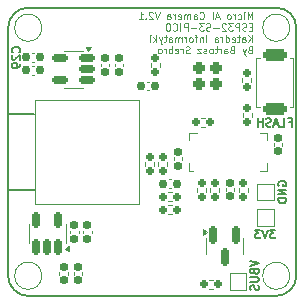
<source format=gbo>
G04 #@! TF.GenerationSoftware,KiCad,Pcbnew,9.0.2*
G04 #@! TF.CreationDate,2025-12-01T11:38:31+01:00*
G04 #@! TF.ProjectId,PCB,5043422e-6b69-4636-9164-5f7063625858,rev?*
G04 #@! TF.SameCoordinates,Original*
G04 #@! TF.FileFunction,Legend,Bot*
G04 #@! TF.FilePolarity,Positive*
%FSLAX46Y46*%
G04 Gerber Fmt 4.6, Leading zero omitted, Abs format (unit mm)*
G04 Created by KiCad (PCBNEW 9.0.2) date 2025-12-01 11:38:31*
%MOMM*%
%LPD*%
G01*
G04 APERTURE LIST*
G04 Aperture macros list*
%AMRoundRect*
0 Rectangle with rounded corners*
0 $1 Rounding radius*
0 $2 $3 $4 $5 $6 $7 $8 $9 X,Y pos of 4 corners*
0 Add a 4 corners polygon primitive as box body*
4,1,4,$2,$3,$4,$5,$6,$7,$8,$9,$2,$3,0*
0 Add four circle primitives for the rounded corners*
1,1,$1+$1,$2,$3*
1,1,$1+$1,$4,$5*
1,1,$1+$1,$6,$7*
1,1,$1+$1,$8,$9*
0 Add four rect primitives between the rounded corners*
20,1,$1+$1,$2,$3,$4,$5,0*
20,1,$1+$1,$4,$5,$6,$7,0*
20,1,$1+$1,$6,$7,$8,$9,0*
20,1,$1+$1,$8,$9,$2,$3,0*%
G04 Aperture macros list end*
%ADD10C,0.150000*%
%ADD11C,0.120000*%
%ADD12C,0.100000*%
%ADD13C,2.100000*%
%ADD14C,1.100000*%
%ADD15RoundRect,0.250000X-0.250000X-0.250000X0.250000X-0.250000X0.250000X0.250000X-0.250000X0.250000X0*%
%ADD16C,0.800000*%
%ADD17O,1.600000X0.900000*%
%ADD18RoundRect,0.160000X-0.160000X0.197500X-0.160000X-0.197500X0.160000X-0.197500X0.160000X0.197500X0*%
%ADD19RoundRect,0.155000X-0.155000X0.212500X-0.155000X-0.212500X0.155000X-0.212500X0.155000X0.212500X0*%
%ADD20RoundRect,0.155000X0.212500X0.155000X-0.212500X0.155000X-0.212500X-0.155000X0.212500X-0.155000X0*%
%ADD21R,0.500000X1.000000*%
%ADD22R,1.100000X0.500000*%
%ADD23R,2.320000X1.200000*%
%ADD24R,1.000000X1.000000*%
%ADD25RoundRect,0.160000X0.160000X-0.197500X0.160000X0.197500X-0.160000X0.197500X-0.160000X-0.197500X0*%
%ADD26RoundRect,0.160000X-0.197500X-0.160000X0.197500X-0.160000X0.197500X0.160000X-0.197500X0.160000X0*%
%ADD27RoundRect,0.150000X-0.150000X0.587500X-0.150000X-0.587500X0.150000X-0.587500X0.150000X0.587500X0*%
%ADD28RoundRect,0.150000X0.512500X0.150000X-0.512500X0.150000X-0.512500X-0.150000X0.512500X-0.150000X0*%
%ADD29RoundRect,0.155000X-0.212500X-0.155000X0.212500X-0.155000X0.212500X0.155000X-0.212500X0.155000X0*%
%ADD30RoundRect,0.150000X0.150000X-0.512500X0.150000X0.512500X-0.150000X0.512500X-0.150000X-0.512500X0*%
%ADD31RoundRect,0.160000X0.197500X0.160000X-0.197500X0.160000X-0.197500X-0.160000X0.197500X-0.160000X0*%
%ADD32RoundRect,0.275000X-0.725000X0.275000X-0.725000X-0.275000X0.725000X-0.275000X0.725000X0.275000X0*%
G04 APERTURE END LIST*
D10*
X87850000Y-103200000D02*
X90050000Y-103200000D01*
X112200001Y-110500000D02*
G75*
G02*
X110500000Y-112200001I-1700001J0D01*
G01*
X110500000Y-87799999D02*
X89500000Y-87800000D01*
X87800000Y-89500000D02*
G75*
G02*
X89500000Y-87800000I1700000J0D01*
G01*
X112200001Y-110500000D02*
X112200001Y-89500000D01*
X110500000Y-87799999D02*
G75*
G02*
X112200001Y-89500000I0J-1700001D01*
G01*
X89500000Y-112200001D02*
G75*
G02*
X87799999Y-110500000I0J1700001D01*
G01*
X87850000Y-96800000D02*
X90025000Y-96800000D01*
X87799999Y-110500000D02*
X87800000Y-89500000D01*
X110500000Y-112200001D02*
X89500000Y-112200001D01*
D11*
X108478195Y-88772433D02*
X108478195Y-88172433D01*
X108478195Y-88172433D02*
X108278195Y-88601004D01*
X108278195Y-88601004D02*
X108078195Y-88172433D01*
X108078195Y-88172433D02*
X108078195Y-88772433D01*
X107792481Y-88772433D02*
X107792481Y-88372433D01*
X107792481Y-88172433D02*
X107821053Y-88201004D01*
X107821053Y-88201004D02*
X107792481Y-88229576D01*
X107792481Y-88229576D02*
X107763910Y-88201004D01*
X107763910Y-88201004D02*
X107792481Y-88172433D01*
X107792481Y-88172433D02*
X107792481Y-88229576D01*
X107249625Y-88743862D02*
X107306767Y-88772433D01*
X107306767Y-88772433D02*
X107421053Y-88772433D01*
X107421053Y-88772433D02*
X107478196Y-88743862D01*
X107478196Y-88743862D02*
X107506767Y-88715290D01*
X107506767Y-88715290D02*
X107535339Y-88658147D01*
X107535339Y-88658147D02*
X107535339Y-88486719D01*
X107535339Y-88486719D02*
X107506767Y-88429576D01*
X107506767Y-88429576D02*
X107478196Y-88401004D01*
X107478196Y-88401004D02*
X107421053Y-88372433D01*
X107421053Y-88372433D02*
X107306767Y-88372433D01*
X107306767Y-88372433D02*
X107249625Y-88401004D01*
X106992481Y-88772433D02*
X106992481Y-88372433D01*
X106992481Y-88486719D02*
X106963910Y-88429576D01*
X106963910Y-88429576D02*
X106935339Y-88401004D01*
X106935339Y-88401004D02*
X106878196Y-88372433D01*
X106878196Y-88372433D02*
X106821053Y-88372433D01*
X106535338Y-88772433D02*
X106592481Y-88743862D01*
X106592481Y-88743862D02*
X106621052Y-88715290D01*
X106621052Y-88715290D02*
X106649624Y-88658147D01*
X106649624Y-88658147D02*
X106649624Y-88486719D01*
X106649624Y-88486719D02*
X106621052Y-88429576D01*
X106621052Y-88429576D02*
X106592481Y-88401004D01*
X106592481Y-88401004D02*
X106535338Y-88372433D01*
X106535338Y-88372433D02*
X106449624Y-88372433D01*
X106449624Y-88372433D02*
X106392481Y-88401004D01*
X106392481Y-88401004D02*
X106363910Y-88429576D01*
X106363910Y-88429576D02*
X106335338Y-88486719D01*
X106335338Y-88486719D02*
X106335338Y-88658147D01*
X106335338Y-88658147D02*
X106363910Y-88715290D01*
X106363910Y-88715290D02*
X106392481Y-88743862D01*
X106392481Y-88743862D02*
X106449624Y-88772433D01*
X106449624Y-88772433D02*
X106535338Y-88772433D01*
X105649624Y-88601004D02*
X105363910Y-88601004D01*
X105706767Y-88772433D02*
X105506767Y-88172433D01*
X105506767Y-88172433D02*
X105306767Y-88772433D01*
X105106766Y-88772433D02*
X105106766Y-88172433D01*
X104021052Y-88715290D02*
X104049624Y-88743862D01*
X104049624Y-88743862D02*
X104135338Y-88772433D01*
X104135338Y-88772433D02*
X104192481Y-88772433D01*
X104192481Y-88772433D02*
X104278195Y-88743862D01*
X104278195Y-88743862D02*
X104335338Y-88686719D01*
X104335338Y-88686719D02*
X104363909Y-88629576D01*
X104363909Y-88629576D02*
X104392481Y-88515290D01*
X104392481Y-88515290D02*
X104392481Y-88429576D01*
X104392481Y-88429576D02*
X104363909Y-88315290D01*
X104363909Y-88315290D02*
X104335338Y-88258147D01*
X104335338Y-88258147D02*
X104278195Y-88201004D01*
X104278195Y-88201004D02*
X104192481Y-88172433D01*
X104192481Y-88172433D02*
X104135338Y-88172433D01*
X104135338Y-88172433D02*
X104049624Y-88201004D01*
X104049624Y-88201004D02*
X104021052Y-88229576D01*
X103506767Y-88772433D02*
X103506767Y-88458147D01*
X103506767Y-88458147D02*
X103535338Y-88401004D01*
X103535338Y-88401004D02*
X103592481Y-88372433D01*
X103592481Y-88372433D02*
X103706767Y-88372433D01*
X103706767Y-88372433D02*
X103763909Y-88401004D01*
X103506767Y-88743862D02*
X103563909Y-88772433D01*
X103563909Y-88772433D02*
X103706767Y-88772433D01*
X103706767Y-88772433D02*
X103763909Y-88743862D01*
X103763909Y-88743862D02*
X103792481Y-88686719D01*
X103792481Y-88686719D02*
X103792481Y-88629576D01*
X103792481Y-88629576D02*
X103763909Y-88572433D01*
X103763909Y-88572433D02*
X103706767Y-88543862D01*
X103706767Y-88543862D02*
X103563909Y-88543862D01*
X103563909Y-88543862D02*
X103506767Y-88515290D01*
X103221052Y-88772433D02*
X103221052Y-88372433D01*
X103221052Y-88429576D02*
X103192481Y-88401004D01*
X103192481Y-88401004D02*
X103135338Y-88372433D01*
X103135338Y-88372433D02*
X103049624Y-88372433D01*
X103049624Y-88372433D02*
X102992481Y-88401004D01*
X102992481Y-88401004D02*
X102963910Y-88458147D01*
X102963910Y-88458147D02*
X102963910Y-88772433D01*
X102963910Y-88458147D02*
X102935338Y-88401004D01*
X102935338Y-88401004D02*
X102878195Y-88372433D01*
X102878195Y-88372433D02*
X102792481Y-88372433D01*
X102792481Y-88372433D02*
X102735338Y-88401004D01*
X102735338Y-88401004D02*
X102706767Y-88458147D01*
X102706767Y-88458147D02*
X102706767Y-88772433D01*
X102192481Y-88743862D02*
X102249624Y-88772433D01*
X102249624Y-88772433D02*
X102363910Y-88772433D01*
X102363910Y-88772433D02*
X102421052Y-88743862D01*
X102421052Y-88743862D02*
X102449624Y-88686719D01*
X102449624Y-88686719D02*
X102449624Y-88458147D01*
X102449624Y-88458147D02*
X102421052Y-88401004D01*
X102421052Y-88401004D02*
X102363910Y-88372433D01*
X102363910Y-88372433D02*
X102249624Y-88372433D01*
X102249624Y-88372433D02*
X102192481Y-88401004D01*
X102192481Y-88401004D02*
X102163910Y-88458147D01*
X102163910Y-88458147D02*
X102163910Y-88515290D01*
X102163910Y-88515290D02*
X102449624Y-88572433D01*
X101906766Y-88772433D02*
X101906766Y-88372433D01*
X101906766Y-88486719D02*
X101878195Y-88429576D01*
X101878195Y-88429576D02*
X101849624Y-88401004D01*
X101849624Y-88401004D02*
X101792481Y-88372433D01*
X101792481Y-88372433D02*
X101735338Y-88372433D01*
X101278195Y-88772433D02*
X101278195Y-88458147D01*
X101278195Y-88458147D02*
X101306766Y-88401004D01*
X101306766Y-88401004D02*
X101363909Y-88372433D01*
X101363909Y-88372433D02*
X101478195Y-88372433D01*
X101478195Y-88372433D02*
X101535337Y-88401004D01*
X101278195Y-88743862D02*
X101335337Y-88772433D01*
X101335337Y-88772433D02*
X101478195Y-88772433D01*
X101478195Y-88772433D02*
X101535337Y-88743862D01*
X101535337Y-88743862D02*
X101563909Y-88686719D01*
X101563909Y-88686719D02*
X101563909Y-88629576D01*
X101563909Y-88629576D02*
X101535337Y-88572433D01*
X101535337Y-88572433D02*
X101478195Y-88543862D01*
X101478195Y-88543862D02*
X101335337Y-88543862D01*
X101335337Y-88543862D02*
X101278195Y-88515290D01*
X100621052Y-88172433D02*
X100421052Y-88772433D01*
X100421052Y-88772433D02*
X100221052Y-88172433D01*
X100049623Y-88229576D02*
X100021051Y-88201004D01*
X100021051Y-88201004D02*
X99963909Y-88172433D01*
X99963909Y-88172433D02*
X99821051Y-88172433D01*
X99821051Y-88172433D02*
X99763909Y-88201004D01*
X99763909Y-88201004D02*
X99735337Y-88229576D01*
X99735337Y-88229576D02*
X99706766Y-88286719D01*
X99706766Y-88286719D02*
X99706766Y-88343862D01*
X99706766Y-88343862D02*
X99735337Y-88429576D01*
X99735337Y-88429576D02*
X100078194Y-88772433D01*
X100078194Y-88772433D02*
X99706766Y-88772433D01*
X99449622Y-88715290D02*
X99421051Y-88743862D01*
X99421051Y-88743862D02*
X99449622Y-88772433D01*
X99449622Y-88772433D02*
X99478194Y-88743862D01*
X99478194Y-88743862D02*
X99449622Y-88715290D01*
X99449622Y-88715290D02*
X99449622Y-88772433D01*
X98849623Y-88772433D02*
X99192480Y-88772433D01*
X99021051Y-88772433D02*
X99021051Y-88172433D01*
X99021051Y-88172433D02*
X99078194Y-88258147D01*
X99078194Y-88258147D02*
X99135337Y-88315290D01*
X99135337Y-88315290D02*
X99192480Y-88343862D01*
X108478195Y-89424113D02*
X108278195Y-89424113D01*
X108192481Y-89738399D02*
X108478195Y-89738399D01*
X108478195Y-89738399D02*
X108478195Y-89138399D01*
X108478195Y-89138399D02*
X108192481Y-89138399D01*
X107963910Y-89709828D02*
X107878196Y-89738399D01*
X107878196Y-89738399D02*
X107735338Y-89738399D01*
X107735338Y-89738399D02*
X107678196Y-89709828D01*
X107678196Y-89709828D02*
X107649624Y-89681256D01*
X107649624Y-89681256D02*
X107621053Y-89624113D01*
X107621053Y-89624113D02*
X107621053Y-89566970D01*
X107621053Y-89566970D02*
X107649624Y-89509828D01*
X107649624Y-89509828D02*
X107678196Y-89481256D01*
X107678196Y-89481256D02*
X107735338Y-89452685D01*
X107735338Y-89452685D02*
X107849624Y-89424113D01*
X107849624Y-89424113D02*
X107906767Y-89395542D01*
X107906767Y-89395542D02*
X107935338Y-89366970D01*
X107935338Y-89366970D02*
X107963910Y-89309828D01*
X107963910Y-89309828D02*
X107963910Y-89252685D01*
X107963910Y-89252685D02*
X107935338Y-89195542D01*
X107935338Y-89195542D02*
X107906767Y-89166970D01*
X107906767Y-89166970D02*
X107849624Y-89138399D01*
X107849624Y-89138399D02*
X107706767Y-89138399D01*
X107706767Y-89138399D02*
X107621053Y-89166970D01*
X107363909Y-89738399D02*
X107363909Y-89138399D01*
X107363909Y-89138399D02*
X107135338Y-89138399D01*
X107135338Y-89138399D02*
X107078195Y-89166970D01*
X107078195Y-89166970D02*
X107049624Y-89195542D01*
X107049624Y-89195542D02*
X107021052Y-89252685D01*
X107021052Y-89252685D02*
X107021052Y-89338399D01*
X107021052Y-89338399D02*
X107049624Y-89395542D01*
X107049624Y-89395542D02*
X107078195Y-89424113D01*
X107078195Y-89424113D02*
X107135338Y-89452685D01*
X107135338Y-89452685D02*
X107363909Y-89452685D01*
X106821052Y-89138399D02*
X106449624Y-89138399D01*
X106449624Y-89138399D02*
X106649624Y-89366970D01*
X106649624Y-89366970D02*
X106563909Y-89366970D01*
X106563909Y-89366970D02*
X106506767Y-89395542D01*
X106506767Y-89395542D02*
X106478195Y-89424113D01*
X106478195Y-89424113D02*
X106449624Y-89481256D01*
X106449624Y-89481256D02*
X106449624Y-89624113D01*
X106449624Y-89624113D02*
X106478195Y-89681256D01*
X106478195Y-89681256D02*
X106506767Y-89709828D01*
X106506767Y-89709828D02*
X106563909Y-89738399D01*
X106563909Y-89738399D02*
X106735338Y-89738399D01*
X106735338Y-89738399D02*
X106792481Y-89709828D01*
X106792481Y-89709828D02*
X106821052Y-89681256D01*
X106221052Y-89195542D02*
X106192480Y-89166970D01*
X106192480Y-89166970D02*
X106135338Y-89138399D01*
X106135338Y-89138399D02*
X105992480Y-89138399D01*
X105992480Y-89138399D02*
X105935338Y-89166970D01*
X105935338Y-89166970D02*
X105906766Y-89195542D01*
X105906766Y-89195542D02*
X105878195Y-89252685D01*
X105878195Y-89252685D02*
X105878195Y-89309828D01*
X105878195Y-89309828D02*
X105906766Y-89395542D01*
X105906766Y-89395542D02*
X106249623Y-89738399D01*
X106249623Y-89738399D02*
X105878195Y-89738399D01*
X105621051Y-89509828D02*
X105163909Y-89509828D01*
X104906766Y-89709828D02*
X104821052Y-89738399D01*
X104821052Y-89738399D02*
X104678194Y-89738399D01*
X104678194Y-89738399D02*
X104621052Y-89709828D01*
X104621052Y-89709828D02*
X104592480Y-89681256D01*
X104592480Y-89681256D02*
X104563909Y-89624113D01*
X104563909Y-89624113D02*
X104563909Y-89566970D01*
X104563909Y-89566970D02*
X104592480Y-89509828D01*
X104592480Y-89509828D02*
X104621052Y-89481256D01*
X104621052Y-89481256D02*
X104678194Y-89452685D01*
X104678194Y-89452685D02*
X104792480Y-89424113D01*
X104792480Y-89424113D02*
X104849623Y-89395542D01*
X104849623Y-89395542D02*
X104878194Y-89366970D01*
X104878194Y-89366970D02*
X104906766Y-89309828D01*
X104906766Y-89309828D02*
X104906766Y-89252685D01*
X104906766Y-89252685D02*
X104878194Y-89195542D01*
X104878194Y-89195542D02*
X104849623Y-89166970D01*
X104849623Y-89166970D02*
X104792480Y-89138399D01*
X104792480Y-89138399D02*
X104649623Y-89138399D01*
X104649623Y-89138399D02*
X104563909Y-89166970D01*
X104363908Y-89138399D02*
X103992480Y-89138399D01*
X103992480Y-89138399D02*
X104192480Y-89366970D01*
X104192480Y-89366970D02*
X104106765Y-89366970D01*
X104106765Y-89366970D02*
X104049623Y-89395542D01*
X104049623Y-89395542D02*
X104021051Y-89424113D01*
X104021051Y-89424113D02*
X103992480Y-89481256D01*
X103992480Y-89481256D02*
X103992480Y-89624113D01*
X103992480Y-89624113D02*
X104021051Y-89681256D01*
X104021051Y-89681256D02*
X104049623Y-89709828D01*
X104049623Y-89709828D02*
X104106765Y-89738399D01*
X104106765Y-89738399D02*
X104278194Y-89738399D01*
X104278194Y-89738399D02*
X104335337Y-89709828D01*
X104335337Y-89709828D02*
X104363908Y-89681256D01*
X103735336Y-89509828D02*
X103278194Y-89509828D01*
X102992479Y-89738399D02*
X102992479Y-89138399D01*
X102992479Y-89138399D02*
X102763908Y-89138399D01*
X102763908Y-89138399D02*
X102706765Y-89166970D01*
X102706765Y-89166970D02*
X102678194Y-89195542D01*
X102678194Y-89195542D02*
X102649622Y-89252685D01*
X102649622Y-89252685D02*
X102649622Y-89338399D01*
X102649622Y-89338399D02*
X102678194Y-89395542D01*
X102678194Y-89395542D02*
X102706765Y-89424113D01*
X102706765Y-89424113D02*
X102763908Y-89452685D01*
X102763908Y-89452685D02*
X102992479Y-89452685D01*
X102392479Y-89738399D02*
X102392479Y-89138399D01*
X101763908Y-89681256D02*
X101792480Y-89709828D01*
X101792480Y-89709828D02*
X101878194Y-89738399D01*
X101878194Y-89738399D02*
X101935337Y-89738399D01*
X101935337Y-89738399D02*
X102021051Y-89709828D01*
X102021051Y-89709828D02*
X102078194Y-89652685D01*
X102078194Y-89652685D02*
X102106765Y-89595542D01*
X102106765Y-89595542D02*
X102135337Y-89481256D01*
X102135337Y-89481256D02*
X102135337Y-89395542D01*
X102135337Y-89395542D02*
X102106765Y-89281256D01*
X102106765Y-89281256D02*
X102078194Y-89224113D01*
X102078194Y-89224113D02*
X102021051Y-89166970D01*
X102021051Y-89166970D02*
X101935337Y-89138399D01*
X101935337Y-89138399D02*
X101878194Y-89138399D01*
X101878194Y-89138399D02*
X101792480Y-89166970D01*
X101792480Y-89166970D02*
X101763908Y-89195542D01*
X101392480Y-89138399D02*
X101278194Y-89138399D01*
X101278194Y-89138399D02*
X101221051Y-89166970D01*
X101221051Y-89166970D02*
X101163908Y-89224113D01*
X101163908Y-89224113D02*
X101135337Y-89338399D01*
X101135337Y-89338399D02*
X101135337Y-89538399D01*
X101135337Y-89538399D02*
X101163908Y-89652685D01*
X101163908Y-89652685D02*
X101221051Y-89709828D01*
X101221051Y-89709828D02*
X101278194Y-89738399D01*
X101278194Y-89738399D02*
X101392480Y-89738399D01*
X101392480Y-89738399D02*
X101449623Y-89709828D01*
X101449623Y-89709828D02*
X101506765Y-89652685D01*
X101506765Y-89652685D02*
X101535337Y-89538399D01*
X101535337Y-89538399D02*
X101535337Y-89338399D01*
X101535337Y-89338399D02*
X101506765Y-89224113D01*
X101506765Y-89224113D02*
X101449623Y-89166970D01*
X101449623Y-89166970D02*
X101392480Y-89138399D01*
X108478195Y-90704365D02*
X108478195Y-90104365D01*
X108135338Y-90704365D02*
X108392481Y-90361508D01*
X108135338Y-90104365D02*
X108478195Y-90447222D01*
X107621053Y-90704365D02*
X107621053Y-90390079D01*
X107621053Y-90390079D02*
X107649624Y-90332936D01*
X107649624Y-90332936D02*
X107706767Y-90304365D01*
X107706767Y-90304365D02*
X107821053Y-90304365D01*
X107821053Y-90304365D02*
X107878195Y-90332936D01*
X107621053Y-90675794D02*
X107678195Y-90704365D01*
X107678195Y-90704365D02*
X107821053Y-90704365D01*
X107821053Y-90704365D02*
X107878195Y-90675794D01*
X107878195Y-90675794D02*
X107906767Y-90618651D01*
X107906767Y-90618651D02*
X107906767Y-90561508D01*
X107906767Y-90561508D02*
X107878195Y-90504365D01*
X107878195Y-90504365D02*
X107821053Y-90475794D01*
X107821053Y-90475794D02*
X107678195Y-90475794D01*
X107678195Y-90475794D02*
X107621053Y-90447222D01*
X107421053Y-90304365D02*
X107192481Y-90304365D01*
X107335338Y-90104365D02*
X107335338Y-90618651D01*
X107335338Y-90618651D02*
X107306767Y-90675794D01*
X107306767Y-90675794D02*
X107249624Y-90704365D01*
X107249624Y-90704365D02*
X107192481Y-90704365D01*
X106763910Y-90675794D02*
X106821053Y-90704365D01*
X106821053Y-90704365D02*
X106935339Y-90704365D01*
X106935339Y-90704365D02*
X106992481Y-90675794D01*
X106992481Y-90675794D02*
X107021053Y-90618651D01*
X107021053Y-90618651D02*
X107021053Y-90390079D01*
X107021053Y-90390079D02*
X106992481Y-90332936D01*
X106992481Y-90332936D02*
X106935339Y-90304365D01*
X106935339Y-90304365D02*
X106821053Y-90304365D01*
X106821053Y-90304365D02*
X106763910Y-90332936D01*
X106763910Y-90332936D02*
X106735339Y-90390079D01*
X106735339Y-90390079D02*
X106735339Y-90447222D01*
X106735339Y-90447222D02*
X107021053Y-90504365D01*
X106221053Y-90704365D02*
X106221053Y-90104365D01*
X106221053Y-90675794D02*
X106278195Y-90704365D01*
X106278195Y-90704365D02*
X106392481Y-90704365D01*
X106392481Y-90704365D02*
X106449624Y-90675794D01*
X106449624Y-90675794D02*
X106478195Y-90647222D01*
X106478195Y-90647222D02*
X106506767Y-90590079D01*
X106506767Y-90590079D02*
X106506767Y-90418651D01*
X106506767Y-90418651D02*
X106478195Y-90361508D01*
X106478195Y-90361508D02*
X106449624Y-90332936D01*
X106449624Y-90332936D02*
X106392481Y-90304365D01*
X106392481Y-90304365D02*
X106278195Y-90304365D01*
X106278195Y-90304365D02*
X106221053Y-90332936D01*
X105935338Y-90704365D02*
X105935338Y-90304365D01*
X105935338Y-90418651D02*
X105906767Y-90361508D01*
X105906767Y-90361508D02*
X105878196Y-90332936D01*
X105878196Y-90332936D02*
X105821053Y-90304365D01*
X105821053Y-90304365D02*
X105763910Y-90304365D01*
X105306767Y-90704365D02*
X105306767Y-90390079D01*
X105306767Y-90390079D02*
X105335338Y-90332936D01*
X105335338Y-90332936D02*
X105392481Y-90304365D01*
X105392481Y-90304365D02*
X105506767Y-90304365D01*
X105506767Y-90304365D02*
X105563909Y-90332936D01*
X105306767Y-90675794D02*
X105363909Y-90704365D01*
X105363909Y-90704365D02*
X105506767Y-90704365D01*
X105506767Y-90704365D02*
X105563909Y-90675794D01*
X105563909Y-90675794D02*
X105592481Y-90618651D01*
X105592481Y-90618651D02*
X105592481Y-90561508D01*
X105592481Y-90561508D02*
X105563909Y-90504365D01*
X105563909Y-90504365D02*
X105506767Y-90475794D01*
X105506767Y-90475794D02*
X105363909Y-90475794D01*
X105363909Y-90475794D02*
X105306767Y-90447222D01*
X104563909Y-90704365D02*
X104563909Y-90104365D01*
X104278195Y-90304365D02*
X104278195Y-90704365D01*
X104278195Y-90361508D02*
X104249624Y-90332936D01*
X104249624Y-90332936D02*
X104192481Y-90304365D01*
X104192481Y-90304365D02*
X104106767Y-90304365D01*
X104106767Y-90304365D02*
X104049624Y-90332936D01*
X104049624Y-90332936D02*
X104021053Y-90390079D01*
X104021053Y-90390079D02*
X104021053Y-90704365D01*
X103821053Y-90304365D02*
X103592481Y-90304365D01*
X103735338Y-90704365D02*
X103735338Y-90190079D01*
X103735338Y-90190079D02*
X103706767Y-90132936D01*
X103706767Y-90132936D02*
X103649624Y-90104365D01*
X103649624Y-90104365D02*
X103592481Y-90104365D01*
X103306767Y-90704365D02*
X103363910Y-90675794D01*
X103363910Y-90675794D02*
X103392481Y-90647222D01*
X103392481Y-90647222D02*
X103421053Y-90590079D01*
X103421053Y-90590079D02*
X103421053Y-90418651D01*
X103421053Y-90418651D02*
X103392481Y-90361508D01*
X103392481Y-90361508D02*
X103363910Y-90332936D01*
X103363910Y-90332936D02*
X103306767Y-90304365D01*
X103306767Y-90304365D02*
X103221053Y-90304365D01*
X103221053Y-90304365D02*
X103163910Y-90332936D01*
X103163910Y-90332936D02*
X103135339Y-90361508D01*
X103135339Y-90361508D02*
X103106767Y-90418651D01*
X103106767Y-90418651D02*
X103106767Y-90590079D01*
X103106767Y-90590079D02*
X103135339Y-90647222D01*
X103135339Y-90647222D02*
X103163910Y-90675794D01*
X103163910Y-90675794D02*
X103221053Y-90704365D01*
X103221053Y-90704365D02*
X103306767Y-90704365D01*
X102849624Y-90704365D02*
X102849624Y-90304365D01*
X102849624Y-90418651D02*
X102821053Y-90361508D01*
X102821053Y-90361508D02*
X102792482Y-90332936D01*
X102792482Y-90332936D02*
X102735339Y-90304365D01*
X102735339Y-90304365D02*
X102678196Y-90304365D01*
X102478195Y-90704365D02*
X102478195Y-90304365D01*
X102478195Y-90361508D02*
X102449624Y-90332936D01*
X102449624Y-90332936D02*
X102392481Y-90304365D01*
X102392481Y-90304365D02*
X102306767Y-90304365D01*
X102306767Y-90304365D02*
X102249624Y-90332936D01*
X102249624Y-90332936D02*
X102221053Y-90390079D01*
X102221053Y-90390079D02*
X102221053Y-90704365D01*
X102221053Y-90390079D02*
X102192481Y-90332936D01*
X102192481Y-90332936D02*
X102135338Y-90304365D01*
X102135338Y-90304365D02*
X102049624Y-90304365D01*
X102049624Y-90304365D02*
X101992481Y-90332936D01*
X101992481Y-90332936D02*
X101963910Y-90390079D01*
X101963910Y-90390079D02*
X101963910Y-90704365D01*
X101421053Y-90704365D02*
X101421053Y-90390079D01*
X101421053Y-90390079D02*
X101449624Y-90332936D01*
X101449624Y-90332936D02*
X101506767Y-90304365D01*
X101506767Y-90304365D02*
X101621053Y-90304365D01*
X101621053Y-90304365D02*
X101678195Y-90332936D01*
X101421053Y-90675794D02*
X101478195Y-90704365D01*
X101478195Y-90704365D02*
X101621053Y-90704365D01*
X101621053Y-90704365D02*
X101678195Y-90675794D01*
X101678195Y-90675794D02*
X101706767Y-90618651D01*
X101706767Y-90618651D02*
X101706767Y-90561508D01*
X101706767Y-90561508D02*
X101678195Y-90504365D01*
X101678195Y-90504365D02*
X101621053Y-90475794D01*
X101621053Y-90475794D02*
X101478195Y-90475794D01*
X101478195Y-90475794D02*
X101421053Y-90447222D01*
X101221053Y-90304365D02*
X100992481Y-90304365D01*
X101135338Y-90104365D02*
X101135338Y-90618651D01*
X101135338Y-90618651D02*
X101106767Y-90675794D01*
X101106767Y-90675794D02*
X101049624Y-90704365D01*
X101049624Y-90704365D02*
X100992481Y-90704365D01*
X100849624Y-90304365D02*
X100706767Y-90704365D01*
X100563910Y-90304365D02*
X100706767Y-90704365D01*
X100706767Y-90704365D02*
X100763910Y-90847222D01*
X100763910Y-90847222D02*
X100792481Y-90875794D01*
X100792481Y-90875794D02*
X100849624Y-90904365D01*
X100335338Y-90704365D02*
X100335338Y-90104365D01*
X100278196Y-90475794D02*
X100106767Y-90704365D01*
X100106767Y-90304365D02*
X100335338Y-90532936D01*
X99849624Y-90704365D02*
X99849624Y-90304365D01*
X99849624Y-90104365D02*
X99878196Y-90132936D01*
X99878196Y-90132936D02*
X99849624Y-90161508D01*
X99849624Y-90161508D02*
X99821053Y-90132936D01*
X99821053Y-90132936D02*
X99849624Y-90104365D01*
X99849624Y-90104365D02*
X99849624Y-90161508D01*
X108278195Y-91356045D02*
X108192481Y-91384617D01*
X108192481Y-91384617D02*
X108163910Y-91413188D01*
X108163910Y-91413188D02*
X108135338Y-91470331D01*
X108135338Y-91470331D02*
X108135338Y-91556045D01*
X108135338Y-91556045D02*
X108163910Y-91613188D01*
X108163910Y-91613188D02*
X108192481Y-91641760D01*
X108192481Y-91641760D02*
X108249624Y-91670331D01*
X108249624Y-91670331D02*
X108478195Y-91670331D01*
X108478195Y-91670331D02*
X108478195Y-91070331D01*
X108478195Y-91070331D02*
X108278195Y-91070331D01*
X108278195Y-91070331D02*
X108221053Y-91098902D01*
X108221053Y-91098902D02*
X108192481Y-91127474D01*
X108192481Y-91127474D02*
X108163910Y-91184617D01*
X108163910Y-91184617D02*
X108163910Y-91241760D01*
X108163910Y-91241760D02*
X108192481Y-91298902D01*
X108192481Y-91298902D02*
X108221053Y-91327474D01*
X108221053Y-91327474D02*
X108278195Y-91356045D01*
X108278195Y-91356045D02*
X108478195Y-91356045D01*
X107935338Y-91270331D02*
X107792481Y-91670331D01*
X107649624Y-91270331D02*
X107792481Y-91670331D01*
X107792481Y-91670331D02*
X107849624Y-91813188D01*
X107849624Y-91813188D02*
X107878195Y-91841760D01*
X107878195Y-91841760D02*
X107935338Y-91870331D01*
X106763909Y-91356045D02*
X106678195Y-91384617D01*
X106678195Y-91384617D02*
X106649624Y-91413188D01*
X106649624Y-91413188D02*
X106621052Y-91470331D01*
X106621052Y-91470331D02*
X106621052Y-91556045D01*
X106621052Y-91556045D02*
X106649624Y-91613188D01*
X106649624Y-91613188D02*
X106678195Y-91641760D01*
X106678195Y-91641760D02*
X106735338Y-91670331D01*
X106735338Y-91670331D02*
X106963909Y-91670331D01*
X106963909Y-91670331D02*
X106963909Y-91070331D01*
X106963909Y-91070331D02*
X106763909Y-91070331D01*
X106763909Y-91070331D02*
X106706767Y-91098902D01*
X106706767Y-91098902D02*
X106678195Y-91127474D01*
X106678195Y-91127474D02*
X106649624Y-91184617D01*
X106649624Y-91184617D02*
X106649624Y-91241760D01*
X106649624Y-91241760D02*
X106678195Y-91298902D01*
X106678195Y-91298902D02*
X106706767Y-91327474D01*
X106706767Y-91327474D02*
X106763909Y-91356045D01*
X106763909Y-91356045D02*
X106963909Y-91356045D01*
X106106767Y-91670331D02*
X106106767Y-91356045D01*
X106106767Y-91356045D02*
X106135338Y-91298902D01*
X106135338Y-91298902D02*
X106192481Y-91270331D01*
X106192481Y-91270331D02*
X106306767Y-91270331D01*
X106306767Y-91270331D02*
X106363909Y-91298902D01*
X106106767Y-91641760D02*
X106163909Y-91670331D01*
X106163909Y-91670331D02*
X106306767Y-91670331D01*
X106306767Y-91670331D02*
X106363909Y-91641760D01*
X106363909Y-91641760D02*
X106392481Y-91584617D01*
X106392481Y-91584617D02*
X106392481Y-91527474D01*
X106392481Y-91527474D02*
X106363909Y-91470331D01*
X106363909Y-91470331D02*
X106306767Y-91441760D01*
X106306767Y-91441760D02*
X106163909Y-91441760D01*
X106163909Y-91441760D02*
X106106767Y-91413188D01*
X105821052Y-91670331D02*
X105821052Y-91270331D01*
X105821052Y-91384617D02*
X105792481Y-91327474D01*
X105792481Y-91327474D02*
X105763910Y-91298902D01*
X105763910Y-91298902D02*
X105706767Y-91270331D01*
X105706767Y-91270331D02*
X105649624Y-91270331D01*
X105535338Y-91270331D02*
X105306766Y-91270331D01*
X105449623Y-91070331D02*
X105449623Y-91584617D01*
X105449623Y-91584617D02*
X105421052Y-91641760D01*
X105421052Y-91641760D02*
X105363909Y-91670331D01*
X105363909Y-91670331D02*
X105306766Y-91670331D01*
X105021052Y-91670331D02*
X105078195Y-91641760D01*
X105078195Y-91641760D02*
X105106766Y-91613188D01*
X105106766Y-91613188D02*
X105135338Y-91556045D01*
X105135338Y-91556045D02*
X105135338Y-91384617D01*
X105135338Y-91384617D02*
X105106766Y-91327474D01*
X105106766Y-91327474D02*
X105078195Y-91298902D01*
X105078195Y-91298902D02*
X105021052Y-91270331D01*
X105021052Y-91270331D02*
X104935338Y-91270331D01*
X104935338Y-91270331D02*
X104878195Y-91298902D01*
X104878195Y-91298902D02*
X104849624Y-91327474D01*
X104849624Y-91327474D02*
X104821052Y-91384617D01*
X104821052Y-91384617D02*
X104821052Y-91556045D01*
X104821052Y-91556045D02*
X104849624Y-91613188D01*
X104849624Y-91613188D02*
X104878195Y-91641760D01*
X104878195Y-91641760D02*
X104935338Y-91670331D01*
X104935338Y-91670331D02*
X105021052Y-91670331D01*
X104592481Y-91641760D02*
X104535338Y-91670331D01*
X104535338Y-91670331D02*
X104421052Y-91670331D01*
X104421052Y-91670331D02*
X104363909Y-91641760D01*
X104363909Y-91641760D02*
X104335338Y-91584617D01*
X104335338Y-91584617D02*
X104335338Y-91556045D01*
X104335338Y-91556045D02*
X104363909Y-91498902D01*
X104363909Y-91498902D02*
X104421052Y-91470331D01*
X104421052Y-91470331D02*
X104506767Y-91470331D01*
X104506767Y-91470331D02*
X104563909Y-91441760D01*
X104563909Y-91441760D02*
X104592481Y-91384617D01*
X104592481Y-91384617D02*
X104592481Y-91356045D01*
X104592481Y-91356045D02*
X104563909Y-91298902D01*
X104563909Y-91298902D02*
X104506767Y-91270331D01*
X104506767Y-91270331D02*
X104421052Y-91270331D01*
X104421052Y-91270331D02*
X104363909Y-91298902D01*
X104135338Y-91270331D02*
X103821053Y-91270331D01*
X103821053Y-91270331D02*
X104135338Y-91670331D01*
X104135338Y-91670331D02*
X103821053Y-91670331D01*
X103163910Y-91641760D02*
X103078196Y-91670331D01*
X103078196Y-91670331D02*
X102935338Y-91670331D01*
X102935338Y-91670331D02*
X102878196Y-91641760D01*
X102878196Y-91641760D02*
X102849624Y-91613188D01*
X102849624Y-91613188D02*
X102821053Y-91556045D01*
X102821053Y-91556045D02*
X102821053Y-91498902D01*
X102821053Y-91498902D02*
X102849624Y-91441760D01*
X102849624Y-91441760D02*
X102878196Y-91413188D01*
X102878196Y-91413188D02*
X102935338Y-91384617D01*
X102935338Y-91384617D02*
X103049624Y-91356045D01*
X103049624Y-91356045D02*
X103106767Y-91327474D01*
X103106767Y-91327474D02*
X103135338Y-91298902D01*
X103135338Y-91298902D02*
X103163910Y-91241760D01*
X103163910Y-91241760D02*
X103163910Y-91184617D01*
X103163910Y-91184617D02*
X103135338Y-91127474D01*
X103135338Y-91127474D02*
X103106767Y-91098902D01*
X103106767Y-91098902D02*
X103049624Y-91070331D01*
X103049624Y-91070331D02*
X102906767Y-91070331D01*
X102906767Y-91070331D02*
X102821053Y-91098902D01*
X102563909Y-91670331D02*
X102563909Y-91270331D01*
X102563909Y-91384617D02*
X102535338Y-91327474D01*
X102535338Y-91327474D02*
X102506767Y-91298902D01*
X102506767Y-91298902D02*
X102449624Y-91270331D01*
X102449624Y-91270331D02*
X102392481Y-91270331D01*
X101963909Y-91641760D02*
X102021052Y-91670331D01*
X102021052Y-91670331D02*
X102135338Y-91670331D01*
X102135338Y-91670331D02*
X102192480Y-91641760D01*
X102192480Y-91641760D02*
X102221052Y-91584617D01*
X102221052Y-91584617D02*
X102221052Y-91356045D01*
X102221052Y-91356045D02*
X102192480Y-91298902D01*
X102192480Y-91298902D02*
X102135338Y-91270331D01*
X102135338Y-91270331D02*
X102021052Y-91270331D01*
X102021052Y-91270331D02*
X101963909Y-91298902D01*
X101963909Y-91298902D02*
X101935338Y-91356045D01*
X101935338Y-91356045D02*
X101935338Y-91413188D01*
X101935338Y-91413188D02*
X102221052Y-91470331D01*
X101678194Y-91670331D02*
X101678194Y-91070331D01*
X101678194Y-91298902D02*
X101621052Y-91270331D01*
X101621052Y-91270331D02*
X101506766Y-91270331D01*
X101506766Y-91270331D02*
X101449623Y-91298902D01*
X101449623Y-91298902D02*
X101421052Y-91327474D01*
X101421052Y-91327474D02*
X101392480Y-91384617D01*
X101392480Y-91384617D02*
X101392480Y-91556045D01*
X101392480Y-91556045D02*
X101421052Y-91613188D01*
X101421052Y-91613188D02*
X101449623Y-91641760D01*
X101449623Y-91641760D02*
X101506766Y-91670331D01*
X101506766Y-91670331D02*
X101621052Y-91670331D01*
X101621052Y-91670331D02*
X101678194Y-91641760D01*
X101135337Y-91670331D02*
X101135337Y-91270331D01*
X101135337Y-91384617D02*
X101106766Y-91327474D01*
X101106766Y-91327474D02*
X101078195Y-91298902D01*
X101078195Y-91298902D02*
X101021052Y-91270331D01*
X101021052Y-91270331D02*
X100963909Y-91270331D01*
X100678194Y-91670331D02*
X100735337Y-91641760D01*
X100735337Y-91641760D02*
X100763908Y-91613188D01*
X100763908Y-91613188D02*
X100792480Y-91556045D01*
X100792480Y-91556045D02*
X100792480Y-91384617D01*
X100792480Y-91384617D02*
X100763908Y-91327474D01*
X100763908Y-91327474D02*
X100735337Y-91298902D01*
X100735337Y-91298902D02*
X100678194Y-91270331D01*
X100678194Y-91270331D02*
X100592480Y-91270331D01*
X100592480Y-91270331D02*
X100535337Y-91298902D01*
X100535337Y-91298902D02*
X100506766Y-91327474D01*
X100506766Y-91327474D02*
X100478194Y-91384617D01*
X100478194Y-91384617D02*
X100478194Y-91556045D01*
X100478194Y-91556045D02*
X100506766Y-91613188D01*
X100506766Y-91613188D02*
X100535337Y-91641760D01*
X100535337Y-91641760D02*
X100592480Y-91670331D01*
X100592480Y-91670331D02*
X100678194Y-91670331D01*
D10*
X108316033Y-109216666D02*
X109016033Y-109450000D01*
X109016033Y-109450000D02*
X108316033Y-109683333D01*
X108649366Y-110150000D02*
X108682700Y-110250000D01*
X108682700Y-110250000D02*
X108716033Y-110283333D01*
X108716033Y-110283333D02*
X108782700Y-110316666D01*
X108782700Y-110316666D02*
X108882700Y-110316666D01*
X108882700Y-110316666D02*
X108949366Y-110283333D01*
X108949366Y-110283333D02*
X108982700Y-110250000D01*
X108982700Y-110250000D02*
X109016033Y-110183333D01*
X109016033Y-110183333D02*
X109016033Y-109916666D01*
X109016033Y-109916666D02*
X108316033Y-109916666D01*
X108316033Y-109916666D02*
X108316033Y-110150000D01*
X108316033Y-110150000D02*
X108349366Y-110216666D01*
X108349366Y-110216666D02*
X108382700Y-110250000D01*
X108382700Y-110250000D02*
X108449366Y-110283333D01*
X108449366Y-110283333D02*
X108516033Y-110283333D01*
X108516033Y-110283333D02*
X108582700Y-110250000D01*
X108582700Y-110250000D02*
X108616033Y-110216666D01*
X108616033Y-110216666D02*
X108649366Y-110150000D01*
X108649366Y-110150000D02*
X108649366Y-109916666D01*
X108316033Y-110616666D02*
X108882700Y-110616666D01*
X108882700Y-110616666D02*
X108949366Y-110650000D01*
X108949366Y-110650000D02*
X108982700Y-110683333D01*
X108982700Y-110683333D02*
X109016033Y-110750000D01*
X109016033Y-110750000D02*
X109016033Y-110883333D01*
X109016033Y-110883333D02*
X108982700Y-110950000D01*
X108982700Y-110950000D02*
X108949366Y-110983333D01*
X108949366Y-110983333D02*
X108882700Y-111016666D01*
X108882700Y-111016666D02*
X108316033Y-111016666D01*
X108982700Y-111316666D02*
X109016033Y-111416666D01*
X109016033Y-111416666D02*
X109016033Y-111583333D01*
X109016033Y-111583333D02*
X108982700Y-111649999D01*
X108982700Y-111649999D02*
X108949366Y-111683333D01*
X108949366Y-111683333D02*
X108882700Y-111716666D01*
X108882700Y-111716666D02*
X108816033Y-111716666D01*
X108816033Y-111716666D02*
X108749366Y-111683333D01*
X108749366Y-111683333D02*
X108716033Y-111649999D01*
X108716033Y-111649999D02*
X108682700Y-111583333D01*
X108682700Y-111583333D02*
X108649366Y-111449999D01*
X108649366Y-111449999D02*
X108616033Y-111383333D01*
X108616033Y-111383333D02*
X108582700Y-111349999D01*
X108582700Y-111349999D02*
X108516033Y-111316666D01*
X108516033Y-111316666D02*
X108449366Y-111316666D01*
X108449366Y-111316666D02*
X108382700Y-111349999D01*
X108382700Y-111349999D02*
X108349366Y-111383333D01*
X108349366Y-111383333D02*
X108316033Y-111449999D01*
X108316033Y-111449999D02*
X108316033Y-111616666D01*
X108316033Y-111616666D02*
X108349366Y-111716666D01*
X111558333Y-97499366D02*
X111791666Y-97499366D01*
X111791666Y-97866033D02*
X111791666Y-97166033D01*
X111791666Y-97166033D02*
X111458333Y-97166033D01*
X110858333Y-97866033D02*
X111191666Y-97866033D01*
X111191666Y-97866033D02*
X111191666Y-97166033D01*
X110658332Y-97666033D02*
X110324999Y-97666033D01*
X110724999Y-97866033D02*
X110491666Y-97166033D01*
X110491666Y-97166033D02*
X110258332Y-97866033D01*
X110058332Y-97832700D02*
X109958332Y-97866033D01*
X109958332Y-97866033D02*
X109791666Y-97866033D01*
X109791666Y-97866033D02*
X109724999Y-97832700D01*
X109724999Y-97832700D02*
X109691666Y-97799366D01*
X109691666Y-97799366D02*
X109658332Y-97732700D01*
X109658332Y-97732700D02*
X109658332Y-97666033D01*
X109658332Y-97666033D02*
X109691666Y-97599366D01*
X109691666Y-97599366D02*
X109724999Y-97566033D01*
X109724999Y-97566033D02*
X109791666Y-97532700D01*
X109791666Y-97532700D02*
X109924999Y-97499366D01*
X109924999Y-97499366D02*
X109991666Y-97466033D01*
X109991666Y-97466033D02*
X110024999Y-97432700D01*
X110024999Y-97432700D02*
X110058332Y-97366033D01*
X110058332Y-97366033D02*
X110058332Y-97299366D01*
X110058332Y-97299366D02*
X110024999Y-97232700D01*
X110024999Y-97232700D02*
X109991666Y-97199366D01*
X109991666Y-97199366D02*
X109924999Y-97166033D01*
X109924999Y-97166033D02*
X109758332Y-97166033D01*
X109758332Y-97166033D02*
X109658332Y-97199366D01*
X109358332Y-97866033D02*
X109358332Y-97166033D01*
X109358332Y-97499366D02*
X108958332Y-97499366D01*
X108958332Y-97866033D02*
X108958332Y-97166033D01*
X110416667Y-106616033D02*
X109983333Y-106616033D01*
X109983333Y-106616033D02*
X110216667Y-106882700D01*
X110216667Y-106882700D02*
X110116667Y-106882700D01*
X110116667Y-106882700D02*
X110050000Y-106916033D01*
X110050000Y-106916033D02*
X110016667Y-106949366D01*
X110016667Y-106949366D02*
X109983333Y-107016033D01*
X109983333Y-107016033D02*
X109983333Y-107182700D01*
X109983333Y-107182700D02*
X110016667Y-107249366D01*
X110016667Y-107249366D02*
X110050000Y-107282700D01*
X110050000Y-107282700D02*
X110116667Y-107316033D01*
X110116667Y-107316033D02*
X110316667Y-107316033D01*
X110316667Y-107316033D02*
X110383333Y-107282700D01*
X110383333Y-107282700D02*
X110416667Y-107249366D01*
X109783333Y-106616033D02*
X109550000Y-107316033D01*
X109550000Y-107316033D02*
X109316666Y-106616033D01*
X109150000Y-106616033D02*
X108716666Y-106616033D01*
X108716666Y-106616033D02*
X108950000Y-106882700D01*
X108950000Y-106882700D02*
X108850000Y-106882700D01*
X108850000Y-106882700D02*
X108783333Y-106916033D01*
X108783333Y-106916033D02*
X108750000Y-106949366D01*
X108750000Y-106949366D02*
X108716666Y-107016033D01*
X108716666Y-107016033D02*
X108716666Y-107182700D01*
X108716666Y-107182700D02*
X108750000Y-107249366D01*
X108750000Y-107249366D02*
X108783333Y-107282700D01*
X108783333Y-107282700D02*
X108850000Y-107316033D01*
X108850000Y-107316033D02*
X109050000Y-107316033D01*
X109050000Y-107316033D02*
X109116666Y-107282700D01*
X109116666Y-107282700D02*
X109150000Y-107249366D01*
X110699366Y-102866667D02*
X110666033Y-102800000D01*
X110666033Y-102800000D02*
X110666033Y-102700000D01*
X110666033Y-102700000D02*
X110699366Y-102600000D01*
X110699366Y-102600000D02*
X110766033Y-102533334D01*
X110766033Y-102533334D02*
X110832700Y-102500000D01*
X110832700Y-102500000D02*
X110966033Y-102466667D01*
X110966033Y-102466667D02*
X111066033Y-102466667D01*
X111066033Y-102466667D02*
X111199366Y-102500000D01*
X111199366Y-102500000D02*
X111266033Y-102533334D01*
X111266033Y-102533334D02*
X111332700Y-102600000D01*
X111332700Y-102600000D02*
X111366033Y-102700000D01*
X111366033Y-102700000D02*
X111366033Y-102766667D01*
X111366033Y-102766667D02*
X111332700Y-102866667D01*
X111332700Y-102866667D02*
X111299366Y-102900000D01*
X111299366Y-102900000D02*
X111066033Y-102900000D01*
X111066033Y-102900000D02*
X111066033Y-102766667D01*
X111366033Y-103200000D02*
X110666033Y-103200000D01*
X110666033Y-103200000D02*
X111366033Y-103600000D01*
X111366033Y-103600000D02*
X110666033Y-103600000D01*
X111366033Y-103933333D02*
X110666033Y-103933333D01*
X110666033Y-103933333D02*
X110666033Y-104100000D01*
X110666033Y-104100000D02*
X110699366Y-104200000D01*
X110699366Y-104200000D02*
X110766033Y-104266667D01*
X110766033Y-104266667D02*
X110832700Y-104300000D01*
X110832700Y-104300000D02*
X110966033Y-104333333D01*
X110966033Y-104333333D02*
X111066033Y-104333333D01*
X111066033Y-104333333D02*
X111199366Y-104300000D01*
X111199366Y-104300000D02*
X111266033Y-104266667D01*
X111266033Y-104266667D02*
X111332700Y-104200000D01*
X111332700Y-104200000D02*
X111366033Y-104100000D01*
X111366033Y-104100000D02*
X111366033Y-103933333D01*
X88749366Y-91549999D02*
X88782700Y-91516666D01*
X88782700Y-91516666D02*
X88816033Y-91416666D01*
X88816033Y-91416666D02*
X88816033Y-91349999D01*
X88816033Y-91349999D02*
X88782700Y-91249999D01*
X88782700Y-91249999D02*
X88716033Y-91183333D01*
X88716033Y-91183333D02*
X88649366Y-91149999D01*
X88649366Y-91149999D02*
X88516033Y-91116666D01*
X88516033Y-91116666D02*
X88416033Y-91116666D01*
X88416033Y-91116666D02*
X88282700Y-91149999D01*
X88282700Y-91149999D02*
X88216033Y-91183333D01*
X88216033Y-91183333D02*
X88149366Y-91249999D01*
X88149366Y-91249999D02*
X88116033Y-91349999D01*
X88116033Y-91349999D02*
X88116033Y-91416666D01*
X88116033Y-91416666D02*
X88149366Y-91516666D01*
X88149366Y-91516666D02*
X88182700Y-91549999D01*
X88182700Y-91816666D02*
X88149366Y-91849999D01*
X88149366Y-91849999D02*
X88116033Y-91916666D01*
X88116033Y-91916666D02*
X88116033Y-92083333D01*
X88116033Y-92083333D02*
X88149366Y-92149999D01*
X88149366Y-92149999D02*
X88182700Y-92183333D01*
X88182700Y-92183333D02*
X88249366Y-92216666D01*
X88249366Y-92216666D02*
X88316033Y-92216666D01*
X88316033Y-92216666D02*
X88416033Y-92183333D01*
X88416033Y-92183333D02*
X88816033Y-91783333D01*
X88816033Y-91783333D02*
X88816033Y-92216666D01*
X88816033Y-92550000D02*
X88816033Y-92683333D01*
X88816033Y-92683333D02*
X88782700Y-92750000D01*
X88782700Y-92750000D02*
X88749366Y-92783333D01*
X88749366Y-92783333D02*
X88649366Y-92850000D01*
X88649366Y-92850000D02*
X88516033Y-92883333D01*
X88516033Y-92883333D02*
X88249366Y-92883333D01*
X88249366Y-92883333D02*
X88182700Y-92850000D01*
X88182700Y-92850000D02*
X88149366Y-92816666D01*
X88149366Y-92816666D02*
X88116033Y-92750000D01*
X88116033Y-92750000D02*
X88116033Y-92616666D01*
X88116033Y-92616666D02*
X88149366Y-92550000D01*
X88149366Y-92550000D02*
X88182700Y-92516666D01*
X88182700Y-92516666D02*
X88249366Y-92483333D01*
X88249366Y-92483333D02*
X88416033Y-92483333D01*
X88416033Y-92483333D02*
X88482700Y-92516666D01*
X88482700Y-92516666D02*
X88516033Y-92550000D01*
X88516033Y-92550000D02*
X88549366Y-92616666D01*
X88549366Y-92616666D02*
X88549366Y-92750000D01*
X88549366Y-92750000D02*
X88516033Y-92816666D01*
X88516033Y-92816666D02*
X88482700Y-92850000D01*
X88482700Y-92850000D02*
X88416033Y-92883333D01*
D12*
X111650000Y-89500000D02*
G75*
G02*
X109350000Y-89500000I-1150000J0D01*
G01*
X109350000Y-89500000D02*
G75*
G02*
X111650000Y-89500000I1150000J0D01*
G01*
X90650000Y-89500000D02*
G75*
G02*
X88350000Y-89500000I-1150000J0D01*
G01*
X88350000Y-89500000D02*
G75*
G02*
X90650000Y-89500000I1150000J0D01*
G01*
X90650000Y-110500000D02*
G75*
G02*
X88350000Y-110500000I-1150000J0D01*
G01*
X88350000Y-110500000D02*
G75*
G02*
X90650000Y-110500000I1150000J0D01*
G01*
X111650000Y-110500000D02*
G75*
G02*
X109350000Y-110500000I-1150000J0D01*
G01*
X109350000Y-110500000D02*
G75*
G02*
X111650000Y-110500000I1150000J0D01*
G01*
X98900000Y-95600000D02*
X90100000Y-95600000D01*
X90100000Y-104400000D01*
X98900000Y-104400000D01*
X98900000Y-95600000D01*
D11*
X99870000Y-92817621D02*
X99870000Y-92482379D01*
X100630000Y-92817621D02*
X100630000Y-92482379D01*
X93340000Y-110184165D02*
X93340000Y-110415835D01*
X94060000Y-110184165D02*
X94060000Y-110415835D01*
X96840000Y-92534165D02*
X96840000Y-92765835D01*
X97560000Y-92534165D02*
X97560000Y-92765835D01*
X90015835Y-91640000D02*
X89784165Y-91640000D01*
X90015835Y-92360000D02*
X89784165Y-92360000D01*
X92140000Y-110184165D02*
X92140000Y-110415835D01*
X92860000Y-110184165D02*
X92860000Y-110415835D01*
X110290000Y-99284165D02*
X110290000Y-99515835D01*
X111010000Y-99284165D02*
X111010000Y-99515835D01*
X103151500Y-98409500D02*
X103151500Y-99009500D01*
X103151500Y-100990500D02*
X103151500Y-101590500D01*
X103151500Y-101590500D02*
X103465500Y-101590500D01*
X103751500Y-98409500D02*
X103151500Y-98409500D01*
X109148500Y-98409500D02*
X109748500Y-98409500D01*
X109148500Y-101590500D02*
X109748500Y-101590500D01*
X109748500Y-98409500D02*
X109748500Y-99009500D01*
X109748500Y-101590500D02*
X109748500Y-100990500D01*
X108900000Y-102700000D02*
X110300000Y-102700000D01*
X108900000Y-104100000D02*
X108900000Y-102700000D01*
X110300000Y-102700000D02*
X110300000Y-104100000D01*
X110300000Y-104100000D02*
X108900000Y-104100000D01*
X107620000Y-93782379D02*
X107620000Y-94117621D01*
X108380000Y-93782379D02*
X108380000Y-94117621D01*
X101667621Y-103420000D02*
X101332379Y-103420000D01*
X101667621Y-104180000D02*
X101332379Y-104180000D01*
X101615835Y-102340000D02*
X101384165Y-102340000D01*
X101615835Y-103060000D02*
X101384165Y-103060000D01*
X107320000Y-103034879D02*
X107320000Y-103370121D01*
X108080000Y-103034879D02*
X108080000Y-103370121D01*
X104565000Y-107325000D02*
X104565000Y-107975000D01*
X104565000Y-108625000D02*
X104565000Y-107975000D01*
X107685000Y-107325000D02*
X107685000Y-107975000D01*
X107685000Y-108625000D02*
X107685000Y-107975000D01*
X104615000Y-106812500D02*
X104285000Y-107052500D01*
X104285000Y-106572500D01*
X104615000Y-106812500D01*
G36*
X104615000Y-106812500D02*
G01*
X104285000Y-107052500D01*
X104285000Y-106572500D01*
X104615000Y-106812500D01*
G37*
X103820000Y-103387621D02*
X103820000Y-103052379D01*
X104580000Y-103387621D02*
X104580000Y-103052379D01*
X99420000Y-101167621D02*
X99420000Y-100832379D01*
X100180000Y-101167621D02*
X100180000Y-100832379D01*
X101840000Y-100484165D02*
X101840000Y-100715835D01*
X102560000Y-100484165D02*
X102560000Y-100715835D01*
X104132379Y-97120000D02*
X104467621Y-97120000D01*
X104132379Y-97880000D02*
X104467621Y-97880000D01*
X92500000Y-91440000D02*
X93300000Y-91440000D01*
X92500000Y-94560000D02*
X93300000Y-94560000D01*
X94100000Y-91440000D02*
X93300000Y-91440000D01*
X94100000Y-94560000D02*
X93300000Y-94560000D01*
X94600000Y-91490000D02*
X94360000Y-91160000D01*
X94840000Y-91160000D01*
X94600000Y-91490000D01*
G36*
X94600000Y-91490000D02*
G01*
X94360000Y-91160000D01*
X94840000Y-91160000D01*
X94600000Y-91490000D01*
G37*
X100520000Y-100832379D02*
X100520000Y-101167621D01*
X101280000Y-100832379D02*
X101280000Y-101167621D01*
X99765835Y-94090000D02*
X99534165Y-94090000D01*
X99765835Y-94810000D02*
X99534165Y-94810000D01*
X93040000Y-106684165D02*
X93040000Y-106915835D01*
X93760000Y-106684165D02*
X93760000Y-106915835D01*
X90015835Y-92740000D02*
X89784165Y-92740000D01*
X90015835Y-93460000D02*
X89784165Y-93460000D01*
X104920000Y-103032379D02*
X104920000Y-103367621D01*
X105680000Y-103032379D02*
X105680000Y-103367621D01*
X89540000Y-106100000D02*
X89540000Y-106900000D01*
X89540000Y-107700000D02*
X89540000Y-106900000D01*
X92660000Y-106100000D02*
X92660000Y-106900000D01*
X92660000Y-107700000D02*
X92660000Y-106900000D01*
X92940000Y-108440000D02*
X92610000Y-108200000D01*
X92940000Y-107960000D01*
X92940000Y-108440000D01*
G36*
X92940000Y-108440000D02*
G01*
X92610000Y-108200000D01*
X92940000Y-107960000D01*
X92940000Y-108440000D01*
G37*
X95640000Y-92534165D02*
X95640000Y-92765835D01*
X96360000Y-92534165D02*
X96360000Y-92765835D01*
X106240000Y-103084165D02*
X106240000Y-103315835D01*
X106960000Y-103084165D02*
X106960000Y-103315835D01*
X101667621Y-104520000D02*
X101332379Y-104520000D01*
X101667621Y-105280000D02*
X101332379Y-105280000D01*
X104832379Y-110820000D02*
X105167621Y-110820000D01*
X104832379Y-111580000D02*
X105167621Y-111580000D01*
X94140000Y-106684165D02*
X94140000Y-106915835D01*
X94860000Y-106684165D02*
X94860000Y-106915835D01*
X108805000Y-92030000D02*
X109105000Y-92030000D01*
X108805000Y-96170000D02*
X108805000Y-92030000D01*
X109105000Y-96170000D02*
X108805000Y-96170000D01*
X111645000Y-92030000D02*
X111945000Y-92030000D01*
X111945000Y-92030000D02*
X111945000Y-96170000D01*
X111945000Y-96170000D02*
X111645000Y-96170000D01*
X107670000Y-97017621D02*
X107670000Y-96682379D01*
X108430000Y-97017621D02*
X108430000Y-96682379D01*
X108900000Y-104850000D02*
X110300000Y-104850000D01*
X108900000Y-106250000D02*
X108900000Y-104850000D01*
X110300000Y-104850000D02*
X110300000Y-106250000D01*
X110300000Y-106250000D02*
X108900000Y-106250000D01*
X106550000Y-110300000D02*
X107950000Y-110300000D01*
X106550000Y-111700000D02*
X106550000Y-110300000D01*
X107950000Y-110300000D02*
X107950000Y-111700000D01*
X107950000Y-111700000D02*
X106550000Y-111700000D01*
%LPC*%
D13*
X110500000Y-89500000D03*
D14*
X89500000Y-89500000D03*
D15*
X104000000Y-92900001D03*
X104000000Y-94300001D03*
X105400000Y-92900001D03*
X105400000Y-94300001D03*
D13*
X89500000Y-110500000D03*
X110500000Y-110500000D03*
D16*
X96150000Y-108625000D03*
X97250000Y-108625000D03*
X98350000Y-108625000D03*
X99450000Y-108625000D03*
X100550000Y-108625000D03*
X101650000Y-108625000D03*
X102750000Y-108625000D03*
X103850000Y-108625000D03*
X103850000Y-109975000D03*
X102750000Y-109975000D03*
X101650000Y-109975000D03*
X100550000Y-109975000D03*
X99450000Y-109975000D03*
X98350000Y-109975000D03*
X97250000Y-109975000D03*
X96150000Y-109975000D03*
D17*
X97500000Y-107150000D03*
X97500000Y-111450000D03*
X102500000Y-107150000D03*
X102500000Y-111450000D03*
D18*
X100250000Y-92052500D03*
X100250000Y-93247500D03*
D19*
X93700000Y-109732500D03*
X93700000Y-110867500D03*
X97200000Y-92082500D03*
X97200000Y-93217500D03*
D20*
X90467500Y-92000000D03*
X89332500Y-92000000D03*
D19*
X92500000Y-109732500D03*
X92500000Y-110867500D03*
X110650000Y-98832500D03*
X110650000Y-99967500D03*
D21*
X104200000Y-101300000D03*
X104950000Y-101300000D03*
X105700000Y-101300000D03*
X106450000Y-101300000D03*
X107200000Y-101300000D03*
X107950000Y-101300000D03*
X108700000Y-101300000D03*
D22*
X103500000Y-100000000D03*
D23*
X106450000Y-100000000D03*
D22*
X109400000Y-100000000D03*
D21*
X104200000Y-98700000D03*
X104950000Y-98700000D03*
X105700000Y-98700000D03*
X106450000Y-98700000D03*
X107200000Y-98700000D03*
X107950000Y-98700000D03*
X108700000Y-98700000D03*
D24*
X109600000Y-103400000D03*
D25*
X108000000Y-94547500D03*
X108000000Y-93352500D03*
D26*
X100902500Y-103800000D03*
X102097500Y-103800000D03*
D20*
X102067500Y-102700000D03*
X100932500Y-102700000D03*
D18*
X107700000Y-102605000D03*
X107700000Y-103800000D03*
D27*
X105175000Y-107037500D03*
X107075000Y-107037500D03*
X106125000Y-108912500D03*
D25*
X104200000Y-103817500D03*
X104200000Y-102622500D03*
X99800000Y-101597500D03*
X99800000Y-100402500D03*
D19*
X102200000Y-100032500D03*
X102200000Y-101167500D03*
D26*
X103702500Y-97500000D03*
X104897500Y-97500000D03*
D28*
X94437500Y-92050000D03*
X94437500Y-93000000D03*
X94437500Y-93950000D03*
X92162500Y-93950000D03*
X92162500Y-92050000D03*
D18*
X100900000Y-100402500D03*
X100900000Y-101597500D03*
D29*
X99082500Y-94450000D03*
X100217500Y-94450000D03*
D19*
X93400000Y-106232500D03*
X93400000Y-107367500D03*
D20*
X90467500Y-93100000D03*
X89332500Y-93100000D03*
D18*
X105300000Y-102602500D03*
X105300000Y-103797500D03*
D30*
X92050000Y-108037500D03*
X91100000Y-108037500D03*
X90150000Y-108037500D03*
X90150000Y-105762500D03*
X92050000Y-105762500D03*
D19*
X96000000Y-92082500D03*
X96000000Y-93217500D03*
X106600000Y-102632500D03*
X106600000Y-103767500D03*
D26*
X100902500Y-104900000D03*
X102097500Y-104900000D03*
D31*
X105597500Y-111200000D03*
X104402500Y-111200000D03*
D19*
X94500000Y-106232500D03*
X94500000Y-107367500D03*
D32*
X110375000Y-91800000D03*
X110375000Y-96400000D03*
D18*
X108050000Y-96252500D03*
X108050000Y-97447500D03*
D24*
X109600000Y-105550000D03*
X107250000Y-111000000D03*
%LPD*%
M02*

</source>
